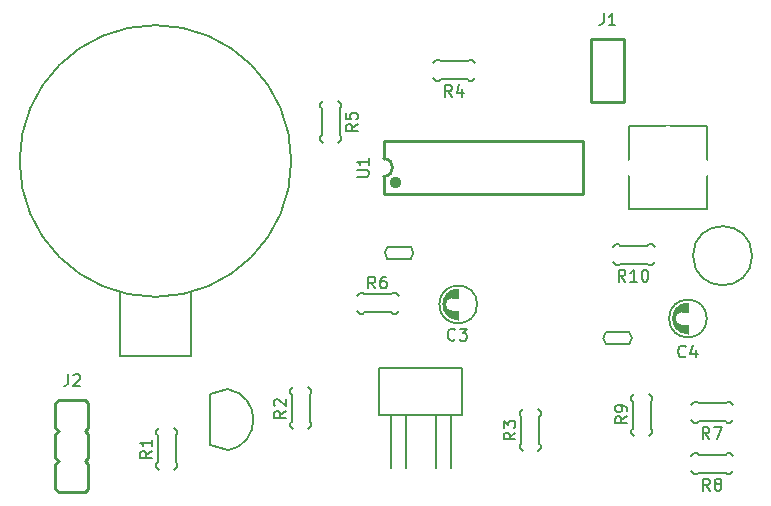
<source format=gbr>
G04 --- HEADER BEGIN --- *
G04 #@! TF.GenerationSoftware,LibrePCB,LibrePCB,0.1.6*
G04 #@! TF.CreationDate,2022-07-20T10:00:17*
G04 #@! TF.ProjectId,Sensor de pulso (Sensor_Pulso),780e052b-a1ef-4dc1-bbf9-e3d6d5305104,v1*
G04 #@! TF.Part,Single*
G04 #@! TF.SameCoordinates*
G04 #@! TF.FileFunction,Legend,Top*
G04 #@! TF.FilePolarity,Positive*
%FSLAX66Y66*%
%MOMM*%
G01*
G75*
G04 --- HEADER END --- *
G04 --- APERTURE LIST BEGIN --- *
%ADD10C,0.2*%
%ADD11C,0.1524*%
%ADD12C,0.0*%
%ADD13C,0.01*%
%ADD14C,0.25*%
%ADD15C,0.9*%
%AMROTATEDOCTAGON16*4,1,8,0.9128,0.378094,0.378094,0.9128,-0.378094,0.9128,-0.9128,0.378094,-0.9128,-0.378094,-0.378094,-0.9128,0.378094,-0.9128,0.9128,-0.378094,0.9128,0.378094,0.0*%
%ADD16ROTATEDOCTAGON16*%
%ADD17O,1.2X2.2*%
%ADD18C,2.0*%
%ADD19O,2.39X1.787*%
%ADD20R,2.39X1.787*%
%ADD21O,1.47X2.74*%
%ADD22R,1.47X2.74*%
%ADD23C,1.7*%
%ADD24R,0.95X0.95*%
%ADD25C,0.95*%
%ADD26O,1.7X1.0*%
%ADD27C,2.2*%
G04 --- APERTURE LIST END --- *
G04 --- BOARD BEGIN --- *
D10*
G04 #@! TO.C,C1*
X34401250Y28710000D02*
X36401250Y28710000D01*
G03*
X36401250Y29710000I-500000J500000D01*
G01*
X34401250Y29710000D01*
G03*
X34401250Y28710000I500000J-500000D01*
G01*
D11*
G04 #@! TO.C,R1*
X16605250Y14144625D02*
X16605250Y13890625D01*
X16478250Y11477625D02*
X16605250Y11350625D01*
X16605250Y11096625D02*
X16605250Y11350625D01*
X16478250Y13763625D02*
X16605250Y13890625D01*
X14827250Y11096625D02*
X14827250Y11350625D01*
X14954250Y13763625D02*
X14827250Y13890625D01*
D12*
X15970250Y10588625D02*
X15970250Y10842625D01*
X15462250Y10842625D01*
X15462250Y10588625D01*
X15970250Y10588625D01*
D13*
G36*
X15970250Y10588625D02*
X15970250Y10842625D01*
X15462250Y10842625D01*
X15462250Y10588625D01*
X15970250Y10588625D01*
G37*
D11*
X14827250Y14144625D02*
X14827250Y13890625D01*
X16605250Y14144625D02*
X16351250Y14398625D01*
D12*
X15970250Y14398625D02*
X15970250Y14652625D01*
X15462250Y14652625D01*
X15462250Y14398625D01*
X15970250Y14398625D01*
D13*
G36*
X15970250Y14398625D02*
X15970250Y14652625D01*
X15462250Y14652625D01*
X15462250Y14398625D01*
X15970250Y14398625D01*
G37*
D11*
X14954250Y13763625D02*
X14954250Y11477625D01*
X16351250Y10842625D02*
X16605250Y11096625D01*
X16478250Y13763625D02*
X16478250Y11477625D01*
X14827250Y14144625D02*
X15081250Y14398625D01*
X15081250Y10842625D02*
X14827250Y11096625D01*
X14954250Y11477625D02*
X14827250Y11350625D01*
G04 #@! TO.C,R5*
X28717875Y38798500D02*
X28717875Y39052500D01*
X28844875Y41465500D02*
X28717875Y41592500D01*
X28717875Y41846500D02*
X28717875Y41592500D01*
X28844875Y39179500D02*
X28717875Y39052500D01*
X30495875Y41846500D02*
X30495875Y41592500D01*
X30368875Y39179500D02*
X30495875Y39052500D01*
D12*
X29352875Y42354500D02*
X29352875Y42100500D01*
X29860875Y42100500D01*
X29860875Y42354500D01*
X29352875Y42354500D01*
D13*
G36*
X29352875Y42354500D02*
X29352875Y42100500D01*
X29860875Y42100500D01*
X29860875Y42354500D01*
X29352875Y42354500D01*
G37*
D11*
X30495875Y38798500D02*
X30495875Y39052500D01*
X28717875Y38798500D02*
X28971875Y38544500D01*
D12*
X29352875Y38544500D02*
X29352875Y38290500D01*
X29860875Y38290500D01*
X29860875Y38544500D01*
X29352875Y38544500D01*
D13*
G36*
X29352875Y38544500D02*
X29352875Y38290500D01*
X29860875Y38290500D01*
X29860875Y38544500D01*
X29352875Y38544500D01*
G37*
D11*
X30368875Y39179500D02*
X30368875Y41465500D01*
X28971875Y42100500D02*
X28717875Y41846500D01*
X28844875Y39179500D02*
X28844875Y41465500D01*
X30495875Y38798500D02*
X30241875Y38544500D01*
X30241875Y42100500D02*
X30495875Y41846500D01*
X30368875Y41465500D02*
X30495875Y41592500D01*
D10*
G04 #@! TO.C,?2*
X33726875Y15462500D02*
X40726875Y15462500D01*
X38496875Y15462500D02*
X38496875Y9912500D01*
X33726875Y19462500D02*
X40726875Y19462500D01*
X40726875Y15462500D02*
X40726875Y19462500D01*
X35956875Y15462500D02*
X35956875Y9912500D01*
X34686875Y15462500D02*
X34686875Y9912500D01*
X33726875Y15462500D02*
X33726875Y19462500D01*
X39766875Y15462500D02*
X39766875Y9912500D01*
D11*
G04 #@! TO.C,R8*
X60388500Y12239625D02*
X60642500Y12239625D01*
X63055500Y12112625D02*
X63182500Y12239625D01*
X63436500Y12239625D02*
X63182500Y12239625D01*
X60769500Y12112625D02*
X60642500Y12239625D01*
X63436500Y10461625D02*
X63182500Y10461625D01*
X60769500Y10588625D02*
X60642500Y10461625D01*
D12*
X63944500Y11604625D02*
X63690500Y11604625D01*
X63690500Y11096625D01*
X63944500Y11096625D01*
X63944500Y11604625D01*
D13*
G36*
X63944500Y11604625D02*
X63690500Y11604625D01*
X63690500Y11096625D01*
X63944500Y11096625D01*
X63944500Y11604625D01*
G37*
D11*
X60388500Y10461625D02*
X60642500Y10461625D01*
X60388500Y12239625D02*
X60134500Y11985625D01*
D12*
X60134500Y11604625D02*
X59880500Y11604625D01*
X59880500Y11096625D01*
X60134500Y11096625D01*
X60134500Y11604625D01*
D13*
G36*
X60134500Y11604625D02*
X59880500Y11604625D01*
X59880500Y11096625D01*
X60134500Y11096625D01*
X60134500Y11604625D01*
G37*
D11*
X60769500Y10588625D02*
X63055500Y10588625D01*
X63690500Y11985625D02*
X63436500Y12239625D01*
X60769500Y12112625D02*
X63055500Y12112625D01*
X60388500Y10461625D02*
X60134500Y10715625D01*
X63690500Y10715625D02*
X63436500Y10461625D01*
X63055500Y10588625D02*
X63182500Y10461625D01*
G04 #@! TO.C,R3*
X47402750Y15732125D02*
X47402750Y15478125D01*
X47275750Y13065125D02*
X47402750Y12938125D01*
X47402750Y12684125D02*
X47402750Y12938125D01*
X47275750Y15351125D02*
X47402750Y15478125D01*
X45624750Y12684125D02*
X45624750Y12938125D01*
X45751750Y15351125D02*
X45624750Y15478125D01*
D12*
X46767750Y12176125D02*
X46767750Y12430125D01*
X46259750Y12430125D01*
X46259750Y12176125D01*
X46767750Y12176125D01*
D13*
G36*
X46767750Y12176125D02*
X46767750Y12430125D01*
X46259750Y12430125D01*
X46259750Y12176125D01*
X46767750Y12176125D01*
G37*
D11*
X45624750Y15732125D02*
X45624750Y15478125D01*
X47402750Y15732125D02*
X47148750Y15986125D01*
D12*
X46767750Y15986125D02*
X46767750Y16240125D01*
X46259750Y16240125D01*
X46259750Y15986125D01*
X46767750Y15986125D01*
D13*
G36*
X46767750Y15986125D02*
X46767750Y16240125D01*
X46259750Y16240125D01*
X46259750Y15986125D01*
X46767750Y15986125D01*
G37*
D11*
X45751750Y15351125D02*
X45751750Y13065125D01*
X47148750Y12430125D02*
X47402750Y12684125D01*
X47275750Y15351125D02*
X47275750Y13065125D01*
X45624750Y15732125D02*
X45878750Y15986125D01*
X45878750Y12430125D02*
X45624750Y12684125D01*
X45751750Y13065125D02*
X45624750Y12938125D01*
D10*
G04 #@! TO.C,?1*
X61481875Y39928125D02*
X61481875Y32938125D01*
X54881875Y39928125D02*
X61481875Y39928125D01*
X54851875Y39928125D02*
X54881875Y32938125D01*
X61481875Y32938125D02*
X54881875Y32938125D01*
D11*
G04 #@! TO.C,R9*
X56848375Y17002125D02*
X56848375Y16748125D01*
X56721375Y14335125D02*
X56848375Y14208125D01*
X56848375Y13954125D02*
X56848375Y14208125D01*
X56721375Y16621125D02*
X56848375Y16748125D01*
X55070375Y13954125D02*
X55070375Y14208125D01*
X55197375Y16621125D02*
X55070375Y16748125D01*
D12*
X56213375Y13446125D02*
X56213375Y13700125D01*
X55705375Y13700125D01*
X55705375Y13446125D01*
X56213375Y13446125D01*
D13*
G36*
X56213375Y13446125D02*
X56213375Y13700125D01*
X55705375Y13700125D01*
X55705375Y13446125D01*
X56213375Y13446125D01*
G37*
D11*
X55070375Y17002125D02*
X55070375Y16748125D01*
X56848375Y17002125D02*
X56594375Y17256125D01*
D12*
X56213375Y17256125D02*
X56213375Y17510125D01*
X55705375Y17510125D01*
X55705375Y17256125D01*
X56213375Y17256125D01*
D13*
G36*
X56213375Y17256125D02*
X56213375Y17510125D01*
X55705375Y17510125D01*
X55705375Y17256125D01*
X56213375Y17256125D01*
G37*
D11*
X55197375Y16621125D02*
X55197375Y14335125D01*
X56594375Y13700125D02*
X56848375Y13954125D01*
X56721375Y16621125D02*
X56721375Y14335125D01*
X55070375Y17002125D02*
X55324375Y17256125D01*
X55324375Y13700125D02*
X55070375Y13954125D01*
X55197375Y14335125D02*
X55070375Y14208125D01*
G04 #@! TO.C,R10*
X53721000Y29940250D02*
X53975000Y29940250D01*
X56388000Y29813250D02*
X56515000Y29940250D01*
X56769000Y29940250D02*
X56515000Y29940250D01*
X54102000Y29813250D02*
X53975000Y29940250D01*
X56769000Y28162250D02*
X56515000Y28162250D01*
X54102000Y28289250D02*
X53975000Y28162250D01*
D12*
X57277000Y29305250D02*
X57023000Y29305250D01*
X57023000Y28797250D01*
X57277000Y28797250D01*
X57277000Y29305250D01*
D13*
G36*
X57277000Y29305250D02*
X57023000Y29305250D01*
X57023000Y28797250D01*
X57277000Y28797250D01*
X57277000Y29305250D01*
G37*
D11*
X53721000Y28162250D02*
X53975000Y28162250D01*
X53721000Y29940250D02*
X53467000Y29686250D01*
D12*
X53467000Y29305250D02*
X53213000Y29305250D01*
X53213000Y28797250D01*
X53467000Y28797250D01*
X53467000Y29305250D01*
D13*
G36*
X53467000Y29305250D02*
X53213000Y29305250D01*
X53213000Y28797250D01*
X53467000Y28797250D01*
X53467000Y29305250D01*
G37*
D11*
X54102000Y28289250D02*
X56388000Y28289250D01*
X57023000Y29686250D02*
X56769000Y29940250D01*
X54102000Y29813250D02*
X56388000Y29813250D01*
X53721000Y28162250D02*
X53467000Y28416250D01*
X57023000Y28416250D02*
X56769000Y28162250D01*
X56388000Y28289250D02*
X56515000Y28162250D01*
D14*
G04 #@! TO.C,J2*
X9094375Y16523750D02*
X9094375Y14398750D01*
X8824375Y14128750D01*
X9094375Y13858750D01*
X9094375Y11858750D01*
X8824375Y11588750D01*
X9094375Y11318750D01*
X9094375Y9193750D01*
X8824375Y8923750D01*
X6574375Y8923750D01*
X6304375Y9193750D01*
X6304375Y11318750D01*
X6574375Y11588750D01*
X6304375Y11858750D01*
X6304375Y13858750D01*
X6574375Y14128750D01*
X6304375Y14398750D01*
X6304375Y16523750D01*
X6574375Y16793750D01*
X8824375Y16793750D01*
X9094375Y16523750D01*
D10*
G04 #@! TO.C,C2*
X54895625Y22486875D02*
X52895625Y22486875D01*
G03*
X52895625Y21486875I500000J-500000D01*
G01*
X54895625Y21486875D01*
G03*
X54895625Y22486875I-500000J500000D01*
G01*
D14*
G04 #@! TO.C,U1*
X34099000Y34168125D02*
X34099000Y35678125D01*
G03*
X34099000Y37188125I0J755000D01*
G01*
X34099000Y38698125D01*
X50991000Y38698125D01*
X50991000Y34168125D01*
X34099000Y34168125D01*
D13*
G36*
X35599000Y35168125D02*
G02*
X34599000Y35168125I-500000J0D01*
G01*
G02*
X35599000Y35168125I500000J0D01*
G01*
G37*
D10*
G04 #@! TO.C,LED1*
X65285625Y28971875D02*
G02*
X60285625Y28971875I-2500000J0D01*
G01*
G02*
X65285625Y28971875I2500000J0D01*
G01*
D11*
G04 #@! TO.C,R6*
X35099625Y24034750D02*
X34845625Y24034750D01*
X32432625Y24161750D02*
X32305625Y24034750D01*
X32051625Y24034750D02*
X32305625Y24034750D01*
X34718625Y24161750D02*
X34845625Y24034750D01*
X32051625Y25812750D02*
X32305625Y25812750D01*
X34718625Y25685750D02*
X34845625Y25812750D01*
D12*
X31543625Y24669750D02*
X31797625Y24669750D01*
X31797625Y25177750D01*
X31543625Y25177750D01*
X31543625Y24669750D01*
D13*
G36*
X31543625Y24669750D02*
X31797625Y24669750D01*
X31797625Y25177750D01*
X31543625Y25177750D01*
X31543625Y24669750D01*
G37*
D11*
X35099625Y25812750D02*
X34845625Y25812750D01*
X35099625Y24034750D02*
X35353625Y24288750D01*
D12*
X35353625Y24669750D02*
X35607625Y24669750D01*
X35607625Y25177750D01*
X35353625Y25177750D01*
X35353625Y24669750D01*
D13*
G36*
X35353625Y24669750D02*
X35607625Y24669750D01*
X35607625Y25177750D01*
X35353625Y25177750D01*
X35353625Y24669750D01*
G37*
D11*
X34718625Y25685750D02*
X32432625Y25685750D01*
X31797625Y24288750D02*
X32051625Y24034750D01*
X34718625Y24161750D02*
X32432625Y24161750D01*
X35099625Y25812750D02*
X35353625Y25558750D01*
X31797625Y25558750D02*
X32051625Y25812750D01*
X32432625Y25685750D02*
X32305625Y25812750D01*
D12*
G04 #@! TO.C,C3*
X40401875Y23544375D02*
X40401875Y24269375D01*
X39901875Y24269375D01*
G02*
X39901875Y25419375I0J575000D01*
G01*
X40401875Y25419375D01*
X40401875Y26144375D01*
G03*
X40401875Y23544375I0J-1300000D01*
G01*
D13*
G36*
X40401875Y23544375D02*
X40401875Y24269375D01*
X39901875Y24269375D01*
G02*
X39901875Y25419375I0J575000D01*
G01*
X40401875Y25419375D01*
X40401875Y26144375D01*
G03*
X40401875Y23544375I0J-1300000D01*
G01*
G37*
D10*
X42001875Y24844375D02*
G02*
X38801875Y24844375I-1600000J0D01*
G01*
G02*
X42001875Y24844375I1600000J0D01*
G01*
D14*
G04 #@! TO.C,J1*
X51627500Y47353125D02*
X54417500Y47353125D01*
X54417500Y42023125D01*
X51627500Y42023125D01*
X51627500Y47353125D01*
D10*
G04 #@! TO.C,T1*
X19345625Y12921250D02*
X19345625Y17241250D01*
X20875625Y17681250D02*
X19345625Y17241250D01*
X20875625Y12481250D02*
X19345625Y12921250D01*
X20875625Y17681250D02*
G02*
X20875625Y12481250I-458450J-2600000D01*
G01*
D11*
G04 #@! TO.C,R4*
X38560375Y45577125D02*
X38814375Y45577125D01*
X41227375Y45450125D02*
X41354375Y45577125D01*
X41608375Y45577125D02*
X41354375Y45577125D01*
X38941375Y45450125D02*
X38814375Y45577125D01*
X41608375Y43799125D02*
X41354375Y43799125D01*
X38941375Y43926125D02*
X38814375Y43799125D01*
D12*
X42116375Y44942125D02*
X41862375Y44942125D01*
X41862375Y44434125D01*
X42116375Y44434125D01*
X42116375Y44942125D01*
D13*
G36*
X42116375Y44942125D02*
X41862375Y44942125D01*
X41862375Y44434125D01*
X42116375Y44434125D01*
X42116375Y44942125D01*
G37*
D11*
X38560375Y43799125D02*
X38814375Y43799125D01*
X38560375Y45577125D02*
X38306375Y45323125D01*
D12*
X38306375Y44942125D02*
X38052375Y44942125D01*
X38052375Y44434125D01*
X38306375Y44434125D01*
X38306375Y44942125D01*
D13*
G36*
X38306375Y44942125D02*
X38052375Y44942125D01*
X38052375Y44434125D01*
X38306375Y44434125D01*
X38306375Y44942125D01*
G37*
D11*
X38941375Y43926125D02*
X41227375Y43926125D01*
X41862375Y45323125D02*
X41608375Y45577125D01*
X38941375Y45450125D02*
X41227375Y45450125D01*
X38560375Y43799125D02*
X38306375Y44053125D01*
X41862375Y44053125D02*
X41608375Y43799125D01*
X41227375Y43926125D02*
X41354375Y43799125D01*
D12*
G04 #@! TO.C,C4*
X59848750Y22353750D02*
X59848750Y23078750D01*
X59348750Y23078750D01*
G02*
X59348750Y24228750I0J575000D01*
G01*
X59848750Y24228750D01*
X59848750Y24953750D01*
G03*
X59848750Y22353750I0J-1300000D01*
G01*
D13*
G36*
X59848750Y22353750D02*
X59848750Y23078750D01*
X59348750Y23078750D01*
G02*
X59348750Y24228750I0J575000D01*
G01*
X59848750Y24228750D01*
X59848750Y24953750D01*
G03*
X59848750Y22353750I0J-1300000D01*
G01*
G37*
D10*
X61448750Y23653750D02*
G02*
X58248750Y23653750I-1600000J0D01*
G01*
G02*
X61448750Y23653750I1600000J0D01*
G01*
G04 #@! TO.C,BT1*
X17763750Y20488750D02*
X17763750Y25988750D01*
X17763750Y20488750D02*
X11763750Y20488750D01*
X11763750Y20488750D02*
X11763750Y25988750D01*
X26263750Y36988750D02*
G02*
X3263750Y36988750I-11500000J0D01*
G01*
G02*
X26263750Y36988750I11500000J0D01*
G01*
D11*
G04 #@! TO.C,R7*
X60388500Y16605250D02*
X60642500Y16605250D01*
X63055500Y16478250D02*
X63182500Y16605250D01*
X63436500Y16605250D02*
X63182500Y16605250D01*
X60769500Y16478250D02*
X60642500Y16605250D01*
X63436500Y14827250D02*
X63182500Y14827250D01*
X60769500Y14954250D02*
X60642500Y14827250D01*
D12*
X63944500Y15970250D02*
X63690500Y15970250D01*
X63690500Y15462250D01*
X63944500Y15462250D01*
X63944500Y15970250D01*
D13*
G36*
X63944500Y15970250D02*
X63690500Y15970250D01*
X63690500Y15462250D01*
X63944500Y15462250D01*
X63944500Y15970250D01*
G37*
D11*
X60388500Y14827250D02*
X60642500Y14827250D01*
X60388500Y16605250D02*
X60134500Y16351250D01*
D12*
X60134500Y15970250D02*
X59880500Y15970250D01*
X59880500Y15462250D01*
X60134500Y15462250D01*
X60134500Y15970250D01*
D13*
G36*
X60134500Y15970250D02*
X59880500Y15970250D01*
X59880500Y15462250D01*
X60134500Y15462250D01*
X60134500Y15970250D01*
G37*
D11*
X60769500Y14954250D02*
X63055500Y14954250D01*
X63690500Y16351250D02*
X63436500Y16605250D01*
X60769500Y16478250D02*
X63055500Y16478250D01*
X60388500Y14827250D02*
X60134500Y15081250D01*
X63690500Y15081250D02*
X63436500Y14827250D01*
X63055500Y14954250D02*
X63182500Y14827250D01*
G04 #@! TO.C,R2*
X27955875Y17557750D02*
X27955875Y17303750D01*
X27828875Y14890750D02*
X27955875Y14763750D01*
X27955875Y14509750D02*
X27955875Y14763750D01*
X27828875Y17176750D02*
X27955875Y17303750D01*
X26177875Y14509750D02*
X26177875Y14763750D01*
X26304875Y17176750D02*
X26177875Y17303750D01*
D12*
X27320875Y14001750D02*
X27320875Y14255750D01*
X26812875Y14255750D01*
X26812875Y14001750D01*
X27320875Y14001750D01*
D13*
G36*
X27320875Y14001750D02*
X27320875Y14255750D01*
X26812875Y14255750D01*
X26812875Y14001750D01*
X27320875Y14001750D01*
G37*
D11*
X26177875Y17557750D02*
X26177875Y17303750D01*
X27955875Y17557750D02*
X27701875Y17811750D01*
D12*
X27320875Y17811750D02*
X27320875Y18065750D01*
X26812875Y18065750D01*
X26812875Y17811750D01*
X27320875Y17811750D01*
D13*
G36*
X27320875Y17811750D02*
X27320875Y18065750D01*
X26812875Y18065750D01*
X26812875Y17811750D01*
X27320875Y17811750D01*
G37*
D11*
X26304875Y17176750D02*
X26304875Y14890750D01*
X27701875Y14255750D02*
X27955875Y14509750D01*
X27828875Y17176750D02*
X27828875Y14890750D01*
X26177875Y17557750D02*
X26431875Y17811750D01*
X26431875Y14255750D02*
X26177875Y14509750D01*
X26304875Y14890750D02*
X26177875Y14763750D01*
D10*
G04 #@! TO.C,R1*
X14446250Y12420625D02*
X13969583Y12087292D01*
X14446250Y11849514D02*
X13446250Y11849514D01*
X13446250Y12230625D01*
X13494028Y12326181D01*
X13541806Y12372847D01*
X13636250Y12420625D01*
X13779583Y12420625D01*
X13875139Y12372847D01*
X13922917Y12326181D01*
X13969583Y12230625D01*
X13969583Y11849514D01*
X14446250Y13391736D02*
X14446250Y12820625D01*
X14446250Y13106181D02*
X13446250Y13106181D01*
X13589583Y13010625D01*
X13684028Y12916181D01*
X13731806Y12820625D01*
G04 #@! TO.C,R5*
X31876875Y40122500D02*
X31400208Y39789167D01*
X31876875Y39551389D02*
X30876875Y39551389D01*
X30876875Y39932500D01*
X30924653Y40028056D01*
X30972431Y40074722D01*
X31066875Y40122500D01*
X31210208Y40122500D01*
X31305764Y40074722D01*
X31353542Y40028056D01*
X31400208Y39932500D01*
X31400208Y39551389D01*
X30876875Y41045833D02*
X30876875Y40570278D01*
X31353542Y40522500D01*
X31305764Y40570278D01*
X31257986Y40665833D01*
X31257986Y40903611D01*
X31305764Y40999167D01*
X31353542Y41045833D01*
X31447986Y41093611D01*
X31686875Y41093611D01*
X31781319Y41045833D01*
X31829097Y40999167D01*
X31876875Y40903611D01*
X31876875Y40665833D01*
X31829097Y40570278D01*
X31781319Y40522500D01*
G04 #@! TO.C,R8*
X61712500Y9080625D02*
X61379167Y9557292D01*
X61141389Y9080625D02*
X61141389Y10080625D01*
X61522500Y10080625D01*
X61618056Y10032847D01*
X61664722Y9985069D01*
X61712500Y9890625D01*
X61712500Y9747292D01*
X61664722Y9651736D01*
X61618056Y9603958D01*
X61522500Y9557292D01*
X61141389Y9557292D01*
X62302500Y9651736D02*
X62208056Y9699514D01*
X62160278Y9747292D01*
X62112500Y9842847D01*
X62112500Y9890625D01*
X62160278Y9985069D01*
X62208056Y10032847D01*
X62302500Y10080625D01*
X62493611Y10080625D01*
X62589167Y10032847D01*
X62635833Y9985069D01*
X62683611Y9890625D01*
X62683611Y9842847D01*
X62635833Y9747292D01*
X62589167Y9699514D01*
X62493611Y9651736D01*
X62302500Y9651736D01*
X62208056Y9603958D01*
X62160278Y9557292D01*
X62112500Y9461736D01*
X62112500Y9270625D01*
X62160278Y9176181D01*
X62208056Y9128403D01*
X62302500Y9080625D01*
X62493611Y9080625D01*
X62589167Y9128403D01*
X62635833Y9176181D01*
X62683611Y9270625D01*
X62683611Y9461736D01*
X62635833Y9557292D01*
X62589167Y9603958D01*
X62493611Y9651736D01*
G04 #@! TO.C,R3*
X45243750Y13984236D02*
X44767083Y13650903D01*
X45243750Y13413125D02*
X44243750Y13413125D01*
X44243750Y13794236D01*
X44291528Y13889792D01*
X44339306Y13936458D01*
X44433750Y13984236D01*
X44577083Y13984236D01*
X44672639Y13936458D01*
X44720417Y13889792D01*
X44767083Y13794236D01*
X44767083Y13413125D01*
X44243750Y14384236D02*
X44243750Y15003125D01*
X44624861Y14669792D01*
X44624861Y14813125D01*
X44672639Y14907569D01*
X44720417Y14955347D01*
X44814861Y15003125D01*
X45053750Y15003125D01*
X45148194Y14955347D01*
X45195972Y14907569D01*
X45243750Y14813125D01*
X45243750Y14527569D01*
X45195972Y14432014D01*
X45148194Y14384236D01*
G04 #@! TO.C,R9*
X54689375Y15357500D02*
X54212708Y15024167D01*
X54689375Y14786389D02*
X53689375Y14786389D01*
X53689375Y15167500D01*
X53737153Y15263056D01*
X53784931Y15309722D01*
X53879375Y15357500D01*
X54022708Y15357500D01*
X54118264Y15309722D01*
X54166042Y15263056D01*
X54212708Y15167500D01*
X54212708Y14786389D01*
X54689375Y15853056D02*
X54689375Y16043056D01*
X54641597Y16138611D01*
X54593819Y16186389D01*
X54451597Y16280833D01*
X54260486Y16328611D01*
X53879375Y16328611D01*
X53784931Y16280833D01*
X53737153Y16234167D01*
X53689375Y16138611D01*
X53689375Y15947500D01*
X53737153Y15853056D01*
X53784931Y15805278D01*
X53879375Y15757500D01*
X54118264Y15757500D01*
X54212708Y15805278D01*
X54260486Y15853056D01*
X54308264Y15947500D01*
X54308264Y16138611D01*
X54260486Y16234167D01*
X54212708Y16280833D01*
X54118264Y16328611D01*
G04 #@! TO.C,R10*
X54559445Y26781250D02*
X54226112Y27257917D01*
X53988334Y26781250D02*
X53988334Y27781250D01*
X54369445Y27781250D01*
X54465001Y27733472D01*
X54511667Y27685694D01*
X54559445Y27591250D01*
X54559445Y27447917D01*
X54511667Y27352361D01*
X54465001Y27304583D01*
X54369445Y27257917D01*
X53988334Y27257917D01*
X55530556Y26781250D02*
X54959445Y26781250D01*
X55245001Y26781250D02*
X55245001Y27781250D01*
X55149445Y27637917D01*
X55055001Y27543472D01*
X54959445Y27495694D01*
X56168334Y27781250D02*
X56263889Y27781250D01*
X56359445Y27733472D01*
X56407223Y27685694D01*
X56453889Y27591250D01*
X56501667Y27400139D01*
X56501667Y27162361D01*
X56453889Y26971250D01*
X56407223Y26876806D01*
X56359445Y26829028D01*
X56263889Y26781250D01*
X56168334Y26781250D01*
X56073889Y26829028D01*
X56026112Y26876806D01*
X55978334Y26971250D01*
X55930556Y27162361D01*
X55930556Y27400139D01*
X55978334Y27591250D01*
X56026112Y27685694D01*
X56073889Y27733472D01*
X56168334Y27781250D01*
G04 #@! TO.C,J2*
X7380486Y18938750D02*
X7380486Y18224306D01*
X7332708Y18082083D01*
X7237153Y17986528D01*
X7094931Y17938750D01*
X6999375Y17938750D01*
X7828264Y18843194D02*
X7876042Y18890972D01*
X7970486Y18938750D01*
X8209375Y18938750D01*
X8303819Y18890972D01*
X8351597Y18843194D01*
X8399375Y18748750D01*
X8399375Y18653194D01*
X8351597Y18509861D01*
X7780486Y17938750D01*
X8399375Y17938750D01*
G04 #@! TO.C,U1*
X31829000Y35662014D02*
X32639000Y35662014D01*
X32733444Y35709792D01*
X32781222Y35757570D01*
X32829000Y35852014D01*
X32829000Y36043125D01*
X32781222Y36138681D01*
X32733444Y36185347D01*
X32639000Y36233125D01*
X31829000Y36233125D01*
X32829000Y37204236D02*
X32829000Y36633125D01*
X32829000Y36918681D02*
X31829000Y36918681D01*
X31972333Y36823125D01*
X32066778Y36728681D01*
X32114556Y36633125D01*
G04 #@! TO.C,R6*
X33375625Y26193750D02*
X33042292Y26670417D01*
X32804514Y26193750D02*
X32804514Y27193750D01*
X33185625Y27193750D01*
X33281181Y27145972D01*
X33327847Y27098194D01*
X33375625Y27003750D01*
X33375625Y26860417D01*
X33327847Y26764861D01*
X33281181Y26717083D01*
X33185625Y26670417D01*
X32804514Y26670417D01*
X34252292Y27193750D02*
X34061181Y27193750D01*
X33965625Y27145972D01*
X33918958Y27098194D01*
X33823403Y26955972D01*
X33775625Y26764861D01*
X33775625Y26383750D01*
X33823403Y26289306D01*
X33871181Y26241528D01*
X33965625Y26193750D01*
X34156736Y26193750D01*
X34252292Y26241528D01*
X34298958Y26289306D01*
X34346736Y26383750D01*
X34346736Y26622639D01*
X34298958Y26717083D01*
X34252292Y26764861D01*
X34156736Y26812639D01*
X33965625Y26812639D01*
X33871181Y26764861D01*
X33823403Y26717083D01*
X33775625Y26622639D01*
G04 #@! TO.C,C3*
X40122500Y21878056D02*
X40074722Y21830278D01*
X39932500Y21782500D01*
X39836944Y21782500D01*
X39693611Y21830278D01*
X39599167Y21925833D01*
X39551389Y22020278D01*
X39503611Y22211389D01*
X39503611Y22353611D01*
X39551389Y22544722D01*
X39599167Y22639167D01*
X39693611Y22734722D01*
X39836944Y22782500D01*
X39932500Y22782500D01*
X40074722Y22734722D01*
X40122500Y22686944D01*
X40522500Y22782500D02*
X41141389Y22782500D01*
X40808056Y22401389D01*
X40951389Y22401389D01*
X41045833Y22353611D01*
X41093611Y22305833D01*
X41141389Y22211389D01*
X41141389Y21972500D01*
X41093611Y21878056D01*
X41045833Y21830278D01*
X40951389Y21782500D01*
X40665833Y21782500D01*
X40570278Y21830278D01*
X40522500Y21878056D01*
G04 #@! TO.C,J1*
X52727500Y49498125D02*
X52727500Y48783681D01*
X52679722Y48641458D01*
X52584167Y48545903D01*
X52441945Y48498125D01*
X52346389Y48498125D01*
X53698611Y48498125D02*
X53127500Y48498125D01*
X53413056Y48498125D02*
X53413056Y49498125D01*
X53317500Y49354792D01*
X53223056Y49260347D01*
X53127500Y49212569D01*
G04 #@! TO.C,R4*
X39860486Y42418125D02*
X39527153Y42894792D01*
X39289375Y42418125D02*
X39289375Y43418125D01*
X39670486Y43418125D01*
X39766042Y43370347D01*
X39812708Y43322569D01*
X39860486Y43228125D01*
X39860486Y43084792D01*
X39812708Y42989236D01*
X39766042Y42941458D01*
X39670486Y42894792D01*
X39289375Y42894792D01*
X40737153Y43084792D02*
X40737153Y42418125D01*
X40498264Y43465903D02*
X40260486Y42751458D01*
X40879375Y42751458D01*
G04 #@! TO.C,C4*
X59648750Y20449306D02*
X59600972Y20401528D01*
X59458750Y20353750D01*
X59363194Y20353750D01*
X59219861Y20401528D01*
X59125417Y20497083D01*
X59077639Y20591528D01*
X59029861Y20782639D01*
X59029861Y20924861D01*
X59077639Y21115972D01*
X59125417Y21210417D01*
X59219861Y21305972D01*
X59363194Y21353750D01*
X59458750Y21353750D01*
X59600972Y21305972D01*
X59648750Y21258194D01*
X60525417Y21020417D02*
X60525417Y20353750D01*
X60286528Y21401528D02*
X60048750Y20687083D01*
X60667639Y20687083D01*
G04 #@! TO.C,R7*
X61664722Y13446250D02*
X61331389Y13922917D01*
X61093611Y13446250D02*
X61093611Y14446250D01*
X61474722Y14446250D01*
X61570278Y14398472D01*
X61616944Y14350694D01*
X61664722Y14256250D01*
X61664722Y14112917D01*
X61616944Y14017361D01*
X61570278Y13969583D01*
X61474722Y13922917D01*
X61093611Y13922917D01*
X62064722Y14446250D02*
X62731389Y14446250D01*
X62302500Y13446250D01*
G04 #@! TO.C,R2*
X25796875Y15809861D02*
X25320208Y15476528D01*
X25796875Y15238750D02*
X24796875Y15238750D01*
X24796875Y15619861D01*
X24844653Y15715417D01*
X24892431Y15762083D01*
X24986875Y15809861D01*
X25130208Y15809861D01*
X25225764Y15762083D01*
X25273542Y15715417D01*
X25320208Y15619861D01*
X25320208Y15238750D01*
X24892431Y16257639D02*
X24844653Y16305417D01*
X24796875Y16399861D01*
X24796875Y16638750D01*
X24844653Y16733194D01*
X24892431Y16780972D01*
X24986875Y16828750D01*
X25082431Y16828750D01*
X25225764Y16780972D01*
X25796875Y16209861D01*
X25796875Y16828750D01*
%LPC*%
D15*
G04 #@! TO.C,C1*
X34901250Y29210000D03*
X35901250Y29210000D03*
D16*
G04 #@! TO.C,R1*
X15716250Y15160625D03*
X15716250Y10080625D03*
G04 #@! TO.C,R5*
X29606875Y37782500D03*
X29606875Y42862500D03*
D17*
G04 #@! TO.C,?2*
X34686875Y9842500D03*
X35956875Y9842500D03*
X39766875Y9842500D03*
X38496875Y9842500D03*
D16*
G04 #@! TO.C,R8*
X59372500Y11350625D03*
X64452500Y11350625D03*
G04 #@! TO.C,R3*
X46513750Y16748125D03*
X46513750Y11668125D03*
D18*
G04 #@! TO.C,?1*
X55641875Y36433125D03*
X60721875Y36433125D03*
X58181875Y38973125D03*
D16*
G04 #@! TO.C,R9*
X55959375Y18018125D03*
X55959375Y12938125D03*
G04 #@! TO.C,R10*
X52705000Y29051250D03*
X57785000Y29051250D03*
D19*
G04 #@! TO.C,J2*
X7699375Y10318750D03*
D20*
X7699375Y15398750D03*
D19*
X7699375Y12858750D03*
D15*
G04 #@! TO.C,C2*
X54395625Y21986875D03*
X53395625Y21986875D03*
D21*
G04 #@! TO.C,U1*
X45085000Y40243125D03*
X37465000Y32623125D03*
X42545000Y40243125D03*
X37465000Y40243125D03*
X47625000Y32623125D03*
X40005000Y40243125D03*
X50165000Y32623125D03*
X47625000Y40243125D03*
X34925000Y40243125D03*
D22*
X34925000Y32623125D03*
D21*
X45085000Y32623125D03*
X40005000Y32623125D03*
X42545000Y32623125D03*
X50165000Y40243125D03*
D23*
G04 #@! TO.C,LED1*
X61285625Y28971875D03*
X64285625Y28971875D03*
D16*
G04 #@! TO.C,R6*
X36115625Y24923750D03*
X31035625Y24923750D03*
D24*
G04 #@! TO.C,C3*
X40901875Y24844375D03*
D25*
X39901875Y24844375D03*
D19*
G04 #@! TO.C,J1*
X53022500Y43418125D03*
D20*
X53022500Y45958125D03*
D26*
G04 #@! TO.C,T1*
X20875625Y15081250D03*
X20875625Y14081250D03*
X20875625Y16081250D03*
D16*
G04 #@! TO.C,R4*
X37544375Y44688125D03*
X42624375Y44688125D03*
D24*
G04 #@! TO.C,C4*
X60348750Y23653750D03*
D25*
X59348750Y23653750D03*
D27*
G04 #@! TO.C,BT1*
X14763750Y22788750D03*
X14763750Y42788750D03*
D16*
G04 #@! TO.C,R7*
X59372500Y15716250D03*
X64452500Y15716250D03*
G04 #@! TO.C,R2*
X27066875Y18573750D03*
X27066875Y13493750D03*
G04 --- BOARD END --- *
G04 #@! TF.MD5,cfe258c426b2b18d1a5dff71f71c327d*
M02*

</source>
